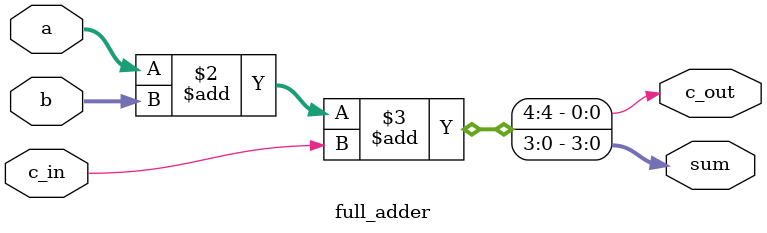
<source format=v>
module full_adder(a,b,c_in, c_out, sum);
	parameter n = 4;
	input [n-1:0] a, b;
	input c_in;
	output reg c_out;
	output reg [n-1:0] sum;
	always @(*) 
	begin
		{c_out, sum} = a + b + c_in;
	end
endmodule
</source>
